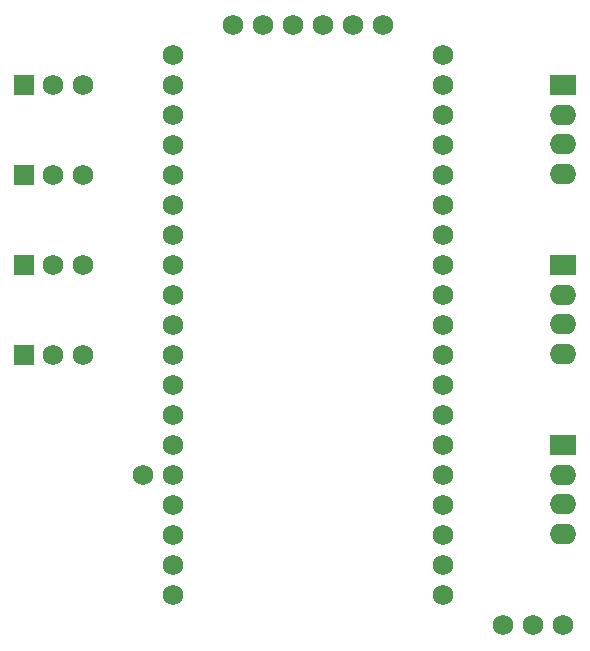
<source format=gbs>
G04 Layer_Color=8150272*
%FSLAX25Y25*%
%MOIN*%
G70*
G01*
G75*
%ADD16C,0.06800*%
%ADD17R,0.06800X0.06800*%
%ADD18O,0.08800X0.06800*%
%ADD19R,0.08800X0.06800*%
D16*
X290000Y100000D02*
D03*
X280000D02*
D03*
X270000D02*
D03*
X230000Y300000D02*
D03*
X220000D02*
D03*
X210000D02*
D03*
X200000D02*
D03*
X190000D02*
D03*
X180000D02*
D03*
X150000Y150000D02*
D03*
X130000Y190000D02*
D03*
X120158D02*
D03*
X130000Y220000D02*
D03*
X120158D02*
D03*
X130000Y250000D02*
D03*
X120158D02*
D03*
X130000Y280000D02*
D03*
X120158D02*
D03*
X250000Y290000D02*
D03*
Y280000D02*
D03*
Y270000D02*
D03*
Y260000D02*
D03*
Y250000D02*
D03*
Y240000D02*
D03*
Y230000D02*
D03*
Y220000D02*
D03*
Y210000D02*
D03*
Y200000D02*
D03*
Y190000D02*
D03*
Y180000D02*
D03*
Y170000D02*
D03*
Y160000D02*
D03*
Y150000D02*
D03*
Y140000D02*
D03*
Y130000D02*
D03*
Y120000D02*
D03*
Y110000D02*
D03*
X160000D02*
D03*
Y120000D02*
D03*
Y130000D02*
D03*
Y140000D02*
D03*
Y150000D02*
D03*
Y160000D02*
D03*
Y170000D02*
D03*
Y180000D02*
D03*
Y190000D02*
D03*
Y200000D02*
D03*
Y210000D02*
D03*
Y220000D02*
D03*
Y230000D02*
D03*
Y240000D02*
D03*
Y250000D02*
D03*
Y260000D02*
D03*
Y270000D02*
D03*
Y280000D02*
D03*
Y290000D02*
D03*
D17*
X110500Y190000D02*
D03*
Y220000D02*
D03*
Y250000D02*
D03*
Y280000D02*
D03*
D18*
X290000Y130472D02*
D03*
Y140315D02*
D03*
Y150157D02*
D03*
Y190472D02*
D03*
Y200315D02*
D03*
Y210157D02*
D03*
Y250472D02*
D03*
Y260315D02*
D03*
Y270158D02*
D03*
D19*
Y160000D02*
D03*
Y220000D02*
D03*
Y280000D02*
D03*
M02*

</source>
